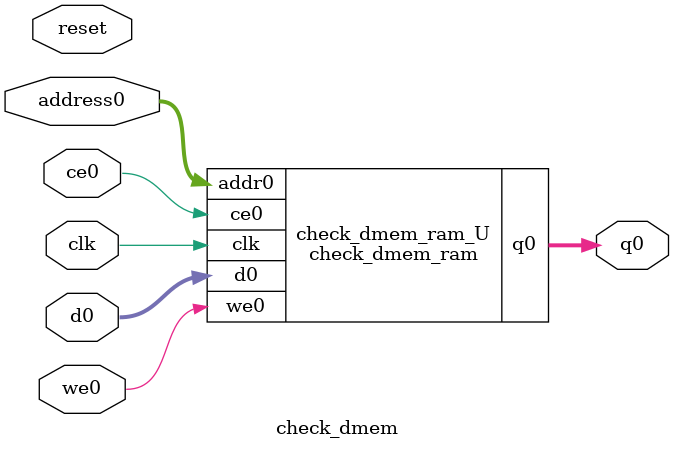
<source format=v>
`timescale 1 ns / 1 ps
module check_dmem_ram (addr0, ce0, d0, we0, q0,  clk);

parameter DWIDTH = 32;
parameter AWIDTH = 6;
parameter MEM_SIZE = 64;

input[AWIDTH-1:0] addr0;
input ce0;
input[DWIDTH-1:0] d0;
input we0;
output reg[DWIDTH-1:0] q0;
input clk;

(* ram_style = "block" *)reg [DWIDTH-1:0] ram[0:MEM_SIZE-1];




always @(posedge clk)  
begin 
    if (ce0) 
    begin
        if (we0) 
        begin 
            ram[addr0] <= d0; 
        end 
        q0 <= ram[addr0];
    end
end


endmodule

`timescale 1 ns / 1 ps
module check_dmem(
    reset,
    clk,
    address0,
    ce0,
    we0,
    d0,
    q0);

parameter DataWidth = 32'd32;
parameter AddressRange = 32'd64;
parameter AddressWidth = 32'd6;
input reset;
input clk;
input[AddressWidth - 1:0] address0;
input ce0;
input we0;
input[DataWidth - 1:0] d0;
output[DataWidth - 1:0] q0;



check_dmem_ram check_dmem_ram_U(
    .clk( clk ),
    .addr0( address0 ),
    .ce0( ce0 ),
    .we0( we0 ),
    .d0( d0 ),
    .q0( q0 ));

endmodule


</source>
